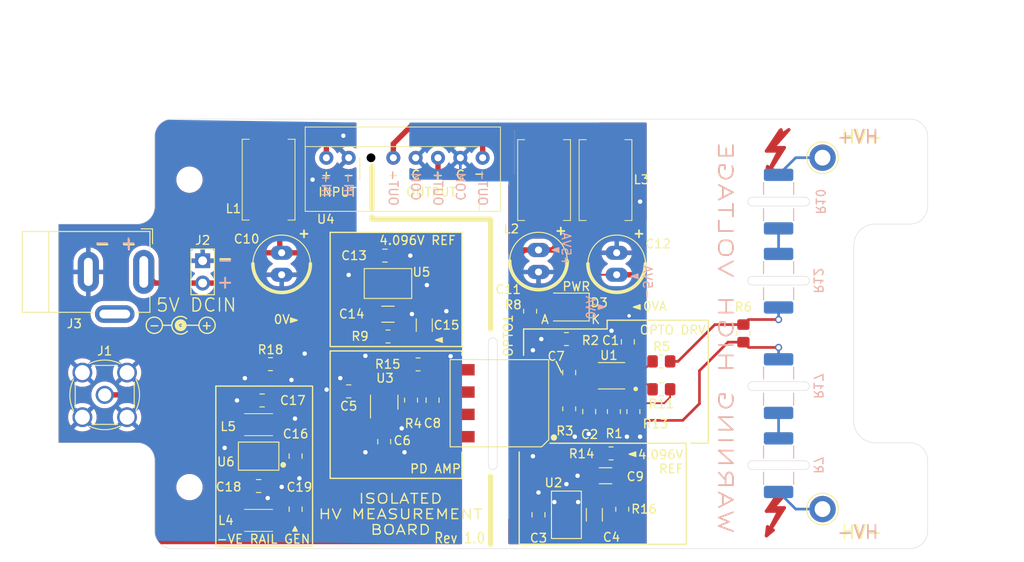
<source format=kicad_pcb>
(kicad_pcb (version 20221018) (generator pcbnew)
  (layers (0 "F.Cu" signal) (31 "B.Cu" signal) (34 "B.Paste" user) (35 "F.Paste" user) (36 "B.SilkS" user "B.Silkscreen") (37 "F.SilkS" user "F.Silkscreen") (38 "B.Mask" user) (39 "F.Mask" user) (44 "Edge.Cuts" user))
  (net 0 "")
  (net 1 "-5VA")
  (net 2 "0VA")
  (net 3 "+5VA")
  (net 4 "Net-(U2-Vout)")
  (net 5 "+5V")
  (net 6 "0V")
  (net 7 "-5V")
  (net 8 "Net-(OPTO1-C2)")
  (net 9 "Net-(C7-Pad2)")
  (net 10 "Net-(OPTO1-VO2)")
  (net 11 "+VREFA")
  (net 12 "Net-(U5-Vout)")
  (net 13 "+VREF")
  (net 14 "Net-(U6-CF-)")
  (net 15 "Net-(U6-CF+)")
  (net 16 "Net-(U6-OUT)")
  (net 17 "Net-(D3-A)")
  (net 18 "Net-(L1-Pad2)")
  (net 19 "Net-(L1-Pad4)")
  (net 20 "Net-(L2-Pad2)")
  (net 21 "Net-(L2-Pad4)")
  (net 22 "Net-(L3-Pad1)")
  (net 23 "Net-(L3-Pad2)")
  (net 24 "Net-(L4-Pad2)")
  (net 25 "Net-(L5-Pad2)")
  (net 26 "Net-(U6-IN)")
  (net 27 "Net-(OPTO1-A1)")
  (net 30 "Net-(R1-Pad1)")
  (net 31 "Net-(U1B-+)")
  (net 32 "Net-(R12-Pad2)")
  (net 33 "Net-(U1A-+)")
  (net 34 "Net-(R10-Pad2)")
  (net 35 "Net-(U1A--)")
  (net 36 "Net-(R17-Pad1)")
  (net 37 "Net-(R7-Pad1)")
  (net 38 "Net-(R10-Pad1)")
  (net 40 "Net-(J1-In)")
  (net 41 "Net-(C8-Pad1)")
  (footprint "User Global Library:SRF0905A" (layer "F.Cu") (at 69 82.5 90)
    (fp_text reference "L1")
    (fp_text value "2mH")
  )
  (footprint "User Global Library:CHOKE_CM_1210" (layer "F.Cu") (at 67.865 121.285)
    (fp_text reference "L4")
    (fp_text value "200uH")
  )
  (footprint "User Global Library:RF-Conn-Vert" (layer "F.Cu") (at 54.5 107)
    (fp_text reference "J1")
    (fp_text value "MEAS_OUT")
  )
  (footprint "Resistor_SMD:R_0805_2012Metric_Pad1.20x1.40mm_HandSolder" (layer "F.Cu") (at 69.215 103.505)
    (fp_text reference "R18")
    (fp_text value "47R")
  )
  (footprint "Capacitor_SMD:C_0805_2012Metric_Pad1.18x1.45mm_HandSolder" (layer "F.Cu") (at 68.2625 107.6325 180)
    (fp_text reference "C17")
    (fp_text value "1u")
  )
  (footprint "User Global Library:CP_Radial_D6.3mm_P2.50mm" (layer "F.Cu") (at 70.485 92.075 -90)
    (fp_text reference "C10")
    (fp_text value "47u")
  )
  (footprint "Capacitor_SMD:C_0805_2012Metric_Pad1.18x1.45mm_HandSolder" (layer "F.Cu") (at 87.6475 107.6 90)
    (fp_text reference "C8")
    (fp_text value "10p")
  )
  (footprint "User Global Library:TestPoint_Plated_Hole_1.8mm" (layer "F.Cu") (at 132 80)
    (fp_text reference "TP2" hide)
    (fp_text value "HV+")
  )
  (footprint "MountingHole:MountingHole_2.5mm" (layer "F.Cu") (at 60 82.5)
    (fp_text reference "H1" hide)
    (fp_text value "2.5MM" hide)
  )
  (footprint "Capacitor_SMD:C_0805_2012Metric_Pad1.18x1.45mm_HandSolder" (layer "F.Cu") (at 82.2325 91.1475)
    (fp_text reference "C13")
    (fp_text value "1u")
  )
  (footprint "Resistor_SMD:R_0805_2012Metric_Pad1.20x1.40mm_HandSolder" (layer "F.Cu") (at 113.665 106.3625 180)
    (fp_text reference "R11")
    (fp_text value "39k")
  )
  (footprint "Resistor_SMD:R_0805_2012Metric_Pad1.20x1.40mm_HandSolder" (layer "F.Cu") (at 113.665 103.1875 180)
    (fp_text reference "R5")
    (fp_text value "1k")
  )
  (footprint "Capacitor_SMD:C_1206_3216Metric_Pad1.33x1.80mm_HandSolder" (layer "F.Cu") (at 106.045 120.65 90)
    (fp_text reference "C4")
    (fp_text value "10u")
  )
  (footprint "Capacitor_SMD:C_0805_2012Metric_Pad1.18x1.45mm_HandSolder" (layer "F.Cu") (at 78.105 106.6 180)
    (fp_text reference "C5")
    (fp_text value "1u")
  )
  (footprint "Capacitor_SMD:C_0805_2012Metric_Pad1.18x1.45mm_HandSolder" (layer "F.Cu") (at 105.46 108.9025 -90)
    (fp_text reference "C2")
    (fp_text value "1u")
  )
  (footprint "Resistor_SMD:R_0805_2012Metric_Pad1.20x1.40mm_HandSolder" (layer "F.Cu") (at 85.995 103.53 180)
    (fp_text reference "R15")
    (fp_text value "82k")
  )
  (footprint "MountingHole:MountingHole_2.5mm" (layer "F.Cu") (at 140 82.5)
    (fp_text reference "H3" hide)
    (fp_text value "2.5MM" hide)
  )
  (footprint "MountingHole:MountingHole_2.5mm" (layer "F.Cu") (at 140 117.5)
    (fp_text reference "H4" hide)
    (fp_text value "2.5MM" hide)
  )
  (footprint "User Global Library:VSSOP-8-DGK-TI" (layer "F.Cu") (at 108 104.8225 90)
    (fp_text reference "U1")
    (fp_text value "OPA2197DGK")
  )
  (footprint "User Global Library:TestPoint_Plated_Hole_1.8mm" (layer "F.Cu") (at 132 120)
    (fp_text reference "TP1" hide)
    (fp_text value "HV-")
  )
  (footprint "Capacitor_SMD:C_0805_2012Metric_Pad1.18x1.45mm_HandSolder" (layer "F.Cu") (at 103.1875 104.4575 -90)
    (fp_text reference "C7")
    (fp_text value "10p")
  )
  (footprint "User Global Library:PinHeader_1x02_P2.54mm_Vertical" (layer "F.Cu") (at 61.5 91.73)
    (fp_text reference "J2")
    (fp_text value "PSU_IN")
  )
  (footprint "User Global Library:SOT-23-hand-solder" (layer "F.Cu") (at 82.575 94.3225)
    (fp_text reference "U5")
    (fp_text value "MCP1541T")
  )
  (footprint "User Global Library:SOT23-5" (layer "F.Cu") (at 67.865 113.97 180)
    (fp_text reference "U6")
    (fp_text value "TPS60403")
  )
  (footprint "Symbol:Symbol_Highvoltage_Type1_CopperTop_Small" (layer "F.Cu") (at 126 121)
    (fp_text reference "REF**" hide)
    (fp_text value "Symbol_Highvoltage_Type1_CopperTop_Small")
  )
  (footprint "User Global Library:SRF0905A" (layer "F.Cu") (at 100.33 82.55 90)
    (fp_text reference "L2")
    (fp_text value "2mH")
  )
  (footprint "User Global Library:DC-Jack-10" (layer "F.Cu") (at 41 93 -90)
    (fp_text reference "J3")
    (fp_text value "DC-Socket")
  )
  (footprint "Resistor_SMD:R_0805_2012Metric_Pad1.20x1.40mm_HandSolder" (layer "F.Cu") (at 85.2 107.6 90)
    (fp_text reference "R4")
    (fp_text value "47k")
  )
  (footprint "Resistor_SMD:R_0805_2012Metric_Pad1.20x1.40mm_HandSolder" (layer "F.Cu") (at 109.22 120.015 90)
    (fp_text reference "R16")
    (fp_text value "1k")
  )
  (footprint "Resistor_SMD:R_0805_2012Metric_Pad1.20x1.40mm_HandSolder" (layer "F.Cu") (at 110.49 108.9025 90)
    (fp_text reference "R13")
    (fp_text value "1k")
  )
  (footprint "Symbol:Symbol_Highvoltage_Type1_CopperTop_Small" (layer "F.Cu") (at 126 80)
    (fp_text reference "REF**" hide)
    (fp_text value "Symbol_Highvoltage_Type1_CopperTop_Small")
  )
  (footprint "Capacitor_SMD:C_0805_2012Metric_Pad1.18x1.45mm_HandSolder" (layer "F.Cu") (at 67.865 117.3775)
    (fp_text reference "C18")
    (fp_text value "1u")
  )
  (footprint "MountingHole:MountingHole_2.5mm" (layer "F.Cu") (at 60 117.5)
    (fp_text reference "H2" hide)
    (fp_text value "2.5MM" hide)
  )
  (footprint "Package_TO_SOT_SMD:SOT-23-5" (layer "F.Cu") (at 82.1475 107.8275 90)
    (fp_text reference "U3")
    (fp_text value "OPA197xDBV")
  )
  (footprint "User Global Library:CHOKE_CM_1210" (layer "F.Cu") (at 67.865 110.3925 180)
    (fp_text reference "L5")
    (fp_text value "200uH")
  )
  (footprint "Capacitor_SMD:C_0805_2012Metric_Pad1.18x1.45mm_HandSolder" (layer "F.Cu") (at 99.695 120.65 90)
    (fp_text reference "C3")
    (fp_text value "1u")
  )
  (footprint "Capacitor_SMD:C_0805_2012Metric_Pad1.18x1.45mm_HandSolder" (layer "F.Cu") (at 109.855 100.965 90)
    (fp_text reference "C1")
    (fp_text value "1u")
  )
  (footprint "Symbol:Symbol_Barrel_Polarity" (layer "F.Cu") (at 59 99)
    (fp_text reference "REF**" hide)
    (fp_text value "Symbol_Barrel_Polarity")
  )
  (footprint "User Global Library:CP_Radial_D6.3mm_P2.50mm" (layer "F.Cu") (at 99.695 91.7575 -90)
    (fp_text reference "C11")
    (fp_text value "47u")
  )
  (footprint "Resistor_SMD:R_0805_2012Metric_Pad1.20x1.40mm_HandSolder" (layer "F.Cu") (at 108.2675 108.9025 -90)
    (fp_text reference "R1")
    (fp_text value "47k")
  )
  (footprint "Resistor_SMD:R_0805_2012Metric_Pad1.20x1.40mm_HandSolder" (layer "F.Cu") (at 102.87 100.6475)
    (fp_text reference "R2")
    (fp_text value "47k")
  )
  (footprint "Capacitor_SMD:C_0805_2012Metric_Pad1.18x1.45mm_HandSolder" (layer "F.Cu") (at 82.1475 112.3275 -90)
    (fp_text reference "C6")
    (fp_text value "1u")
  )
  (footprint "LED_SMD:LED_1210_3225Metric_Pad1.42x2.65mm_HandSolder" (layer "F.Cu") (at 103 97 180)
    (fp_text reference "D3")
    (fp_text value "LED")
  )
  (footprint "Resistor_SMD:R_0805_2012Metric_Pad1.20x1.40mm_HandSolder" (layer "F.Cu") (at 107.95 113.665)
    (fp_text reference "R14")
    (fp_text value "82k")
  )
  (footprint "Resistor_SMD:R_0805_2012Metric_Pad1.20x1.40mm_HandSolder" (layer "F.Cu") (at 123 100 90)
    (fp_text reference "R6")
    (fp_text value "100k")
  )
  (footprint "User Global Library:DCDC-1W" (layer "F.Cu") (at 75.565 80.01)
    (fp_text reference "U4")
    (fp_text value "DC-DC-SIP-DUAL-ISOL")
  )
  (footprint "Capacitor_SMD:C_1206_3216Metric_Pad1.33x1.80mm_HandSolder" (layer "F.Cu") (at 82.575 97.815)
    (fp_text reference "C14")
    (fp_text value "10u")
  )
  (footprint "User Global Library:CP_Radial_D6.3mm_P2.50mm" (layer "F.Cu") (at 108.585 92.075 -90)
    (fp_text reference "C12")
    (fp_text value "47u")
  )
  (footprint "Capacitor_SMD:C_1206_3216Metric_Pad1.33x1.80mm_HandSolder" (layer "F.Cu") (at 86.7025 99.06 90)
    (fp_text reference "C15")
    (fp_text value "10u")
  )
  (footprint "Capacitor_SMD:C_0805_2012Metric_Pad1.18x1.45mm_HandSolder" (layer "F.Cu") (at 72.0725 113.97 -90)
    (fp_text reference "C16")
    (fp_text value "1u")
  )
  (footprint "Resistor_SMD:R_0805_2012Metric_Pad1.20x1.40mm_HandSolder" (layer "F.Cu") (at 82.575 100.355)
    (fp_text reference "R9")
    (fp_text value "1k")
  )
  (footprint "User Global Library:HCRN200" (layer "F.Cu") (at 95.25 107.95 90)
    (fp_text reference "OPTO1")
    (fp_text value "HCNR200")
  )
  (footprint "Capacitor_SMD:C_0805_2012Metric_Pad1.18x1.45mm_HandSolder" (layer "F.Cu") (at 72.0725 120.015 90)
    (fp_text reference "C19")
    (fp_text value "100n")
  )
  (footprint "User Global Library:SRF0905A" (layer "F.Cu") (at 107.315 82.55 -90)
    (fp_text reference "L3")
    (fp_text value "2mH")
  )
  (footprint "Resistor_SMD:R_0805_2012Metric_Pad1.20x1.40mm_HandSolder" (layer "F.Cu") (at 103.1875 108.585 90)
    (fp_text reference "R3")
    (fp_text value "300R")
  )
  (footprint "Resistor_SMD:R_0805_2012Metric_Pad1.20x1.40mm_HandSolder" (layer "F.Cu") (at 98.7425 97.4725 -90)
    (fp_text reference "R8")
    (fp_text value "1k")
  )
  (footprint "Capacitor_SMD:C_1206_3216Metric_Pad1.33x1.80mm_HandSolder" (layer "F.Cu") (at 107.315 116.205 180)
    (fp_text reference "C9")
    (fp_text value "10u")
  )
  (footprint "User Global Library:SOT-23-hand-solder" (layer "F.Cu") (at 102.87 120.65 90)
    (fp_text reference "U2")
    (fp_text value "MCP1541-TT")
  )
  (footprint "User Global Library:R_2512_CRHP" (layer "B.Cu") (at 127 106 90)
    (fp_text reference "R17")
    (fp_text value "0R")
    (fp_line (start -0.5 3) (end -0.5 -3) (stroke (width 0.05)) (layer "Edge.Cuts"))
    (fp_line (start 0.5 3) (end 0.5 -3) (stroke (width 0.05)) (layer "Edge.Cuts"))
    (fp_arc (start -0.5 -3) (mid 0 -3.5) (end 0.5 -3) (stroke (width 0.05)) (layer "Edge.Cuts"))
    (fp_arc (start 0.5 3) (mid 0 3.5) (end -0.5 3) (stroke (width 0.05)) (layer "Edge.Cuts"))
  )
  (footprint "User Global Library:R_2512_CRHP" (layer "B.Cu") (at 127 85 -90)
    (fp_text reference "R10")
    (fp_text value "500M")
    (fp_line (start -0.5 3) (end -0.5 -3) (stroke (width 0.05)) (layer "Edge.Cuts"))
    (fp_line (start 0.5 3) (end 0.5 -3) (stroke (width 0.05)) (layer "Edge.Cuts"))
    (fp_arc (start -0.5 -3) (mid 0 -3.5) (end 0.5 -3) (stroke (width 0.05)) (layer "Edge.Cuts"))
    (fp_arc (start 0.5 3) (mid 0 3.5) (end -0.5 3) (stroke (width 0.05)) (layer "Edge.Cuts"))
  )
  (footprint "User Global Library:R_2512_CRHP" (layer "B.Cu") (at 127 115 90)
    (fp_text reference "R7")
    (fp_text value "0R")
    (fp_line (start -0.5 3) (end -0.5 -3) (stroke (width 0.05)) (layer "Edge.Cuts"))
    (fp_line (start 0.5 3) (end 0.5 -3) (stroke (width 0.05)) (layer "Edge.Cuts"))
    (fp_arc (start -0.5 -3) (mid 0 -3.5) (end 0.5 -3) (stroke (width 0.05)) (layer "Edge.Cuts"))
    (fp_arc (start 0.5 3) (mid 0 3.5) (end -0.5 3) (stroke (width 0.05)) (layer "Edge.Cuts"))
  )
  (footprint "User Global Library:R_2512_CRHP" (layer "B.Cu") (at 127 94 -90)
    (fp_text reference "R12")
    (fp_text value "500M")
    (fp_line (start -0.5 3) (end -0.5 -3) (stroke (width 0.05)) (layer "Edge.Cuts"))
    (fp_line (start 0.5 3) (end 0.5 -3) (stroke (width 0.05)) (layer "Edge.Cuts"))
    (fp_arc (start -0.5 -3) (mid 0 -3.5) (end 0.5 -3) (stroke (width 0.05)) (layer "Edge.Cuts"))
    (fp_arc (start 0.5 3) (mid 0 3.5) (end -0.5 3) (stroke (width 0.05)) (layer "Edge.Cuts"))
  )
  (gr_poly (pts (xy 111 93.25) (xy 111 93.75) (xy 110.25 93.5)) (stroke (width 0.15)) (fill solid) (layer "B.SilkS"))
  (gr_poly (pts (xy 102 90.25) (xy 102 90.75) (xy 101.25 90.5)) (stroke (width 0.15)) (fill solid) (layer "B.SilkS"))
  (gr_poly (pts (xy 106.5 97.25) (xy 106.5 96.75) (xy 107.25 97)) (stroke (width 0.15)) (fill solid) (layer "B.SilkS"))
  (gr_poly (pts (xy 88.75 100.5) (xy 88.75 101) (xy 88 100.75)) (stroke (width 0.15)) (fill solid) (layer "F.SilkS"))
  (gr_line (start 98 102.5) (end 98 99.5) (stroke (width 0.15)) (layer "F.SilkS"))
  (gr_line (start 116.5 112.5) (end 101 112.5) (stroke (width 0.15)) (layer "F.SilkS"))
  (gr_line (start 98 99.5) (end 107.5 99.5) (stroke (width 0.15)) (layer "F.SilkS"))
  (gr_rect (start 76 88.5) (end 91 101.5) (stroke (width 0.15)) (fill none) (layer "F.SilkS"))
  (gr_poly (pts (xy 71.5 98.75) (xy 71.5 98.25) (xy 72.25 98.5)) (stroke (width 0.15)) (fill solid) (layer "F.SilkS"))
  (gr_poly (pts (xy 111.25 96.75) (xy 111.25 97.25) (xy 110.5 97)) (stroke (width 0.15)) (fill solid) (layer "F.SilkS"))
  (gr_line (start 80.75 86.75) (end 80.75 87) (stroke (width 0.6)) (layer "F.SilkS"))
  (gr_line (start 94.25 87) (end 94.25 99.5) (stroke (width 0.6)) (layer "F.SilkS"))
  (gr_line (start 119 98.5) (end 119 112.5) (stroke (width 0.15)) (layer "F.SilkS"))
  (gr_line (start 101.7 103.2) (end 102.3 104.4575) (stroke (width 0.15)) (layer "F.SilkS"))
  (gr_line (start 80.75 81) (end 80.75 85.75) (stroke (width 0.6)) (layer "F.SilkS"))
  (gr_line (start 94.25 116.25) (end 94.25 124) (stroke (width 0.6)) (layer "F.SilkS"))
  (gr_line (start 91 102) (end 76 102) (stroke (width 0.15)) (layer "F.SilkS"))
  (gr_line (start 76 116.5) (end 91 116.5) (stroke (width 0.15)) (layer "F.SilkS"))
  (gr_line (start 116.5 124) (end 116.5 112.5) (stroke (width 0.15)) (layer "F.SilkS"))
  (gr_line (start 91 116.5) (end 91 113.5) (stroke (width 0.15)) (layer "F.SilkS"))
  (gr_line (start 97.5 124) (end 116.5 124) (stroke (width 0.15)) (layer "F.SilkS"))
  (gr_rect (start 63 106) (end 74 124.2) (stroke (width 0.15)) (fill none) (layer "F.SilkS"))
  (gr_line (start 119 112.5) (end 117 112.5) (stroke (width 0.15)) (layer "F.SilkS"))
  (gr_line (start 80.75 87) (end 94.25 87) (stroke (width 0.6)) (layer "F.SilkS"))
  (gr_line (start 97.5 124) (end 97.5 113.5) (stroke (width 0.15)) (layer "F.SilkS"))
  (gr_line (start 107.5 99.5) (end 107.5 98.5) (stroke (width 0.15)) (layer "F.SilkS"))
  (gr_line (start 107.5 98.5) (end 119 98.5) (stroke (width 0.15)) (layer "F.SilkS"))
  (gr_poly (pts (xy 110.75 113.5) (xy 110.75 114) (xy 110 113.75)) (stroke (width 0.15)) (fill solid) (layer "F.SilkS"))
  (gr_line (start 76 102) (end 76 116.5) (stroke (width 0.15)) (layer "F.SilkS"))
  (gr_poly (pts (xy 72.25 122.5) (xy 71.75 122.5) (xy 72 122)) (stroke (width 0.15)) (fill solid) (layer "F.SilkS"))
  (gr_line (start 91 102.5) (end 91 102) (stroke (width 0.15)) (layer "F.SilkS"))
  (gr_line (start 94 115) (end 94 101) (stroke (width 0.05)) (layer "Edge.Cuts"))
  (gr_line (start 54.0495 112.45) (end 45.1005 112.45) (stroke (width 0.05)) (layer "Edge.Cuts"))
  (gr_line (start 135.55 90) (end 135.55 110) (stroke (width 0.05)) (layer "Edge.Cuts"))
  (gr_line (start 143.9495 85.55) (end 143.9495 77.6) (stroke (width 0.05)) (layer "Edge.Cuts"))
  (gr_line (start 56.0495 122.5) (end 56.0495 114.45) (stroke (width 0.05)) (layer "Edge.Cuts"))
  (gr_line (start 56.0495 85.55) (end 56.0495 77.6) (stroke (width 0.05)) (layer "Edge.Cuts"))
  (gr_line (start 141.9495 124.5) (end 58.0495 124.5) (stroke (width 0.05)) (layer "Edge.Cuts"))
  (gr_arc (start 141.9495 75.6) (mid 143.363714 76.185786) (end 143.9495 77.6) (stroke (width 0.05)) (layer "Edge.Cuts"))
  (gr_arc (start 143.9495 85.55) (mid 143.363714 86.964214) (end 141.9495 87.55) (stroke (width 0.05)) (layer "Edge.Cuts"))
  (gr_line (start 58.0495 75.6) (end 141.9495 75.6) (stroke (width 0.05)) (layer "Edge.Cuts"))
  (gr_line (start 95 115) (end 95 101) (stroke (width 0.05)) (layer "Edge.Cuts"))
  (gr_arc (start 56.0495 77.6) (mid 56.635286 76.185786) (end 58.0495 75.6) (stroke (width 0.05)) (layer "Edge.Cuts"))
  (gr_arc (start 54.0495 112.45) (mid 55.463714 113.035786) (end 56.0495 114.45) (stroke (width 0.05)) (layer "Edge.Cuts"))
  (gr_arc (start 58.0495 124.5) (mid 56.635286 123.914214) (end 56.0495 122.5) (stroke (width 0.05)) (layer "Edge.Cuts"))
  (gr_arc (start 141.9495 112.45) (mid 143.363714 113.035786) (end 143.9495 114.45) (stroke (width 0.05)) (layer "Edge.Cuts"))
  (gr_arc (start 94 101) (mid 94.5 100.5) (end 95 101) (stroke (width 0.05)) (layer "Edge.Cuts"))
  (gr_arc (start 138 112.45) (mid 136.267588 111.732412) (end 135.55 110) (stroke (width 0.05)) (layer "Edge.Cuts"))
  (gr_line (start 138 112.45) (end 141.9495 112.45) (stroke (width 0.05)) (layer "Edge.Cuts"))
  (gr_line (start 143.9495 122.5) (end 143.9495 114.45) (stroke (width 0.05)) (layer "Edge.Cuts"))
  (gr_arc (start 56.0495 85.55) (mid 55.463714 86.964214) (end 54.0495 87.55) (stroke (width 0.05)) (layer "Edge.Cuts"))
  (gr_arc (start 135.55 90) (mid 136.267588 88.267588) (end 138 87.55) (stroke (width 0.05)) (layer "Edge.Cuts"))
  (gr_line (start 45.1005 87.55) (end 45.1005 112.45) (stroke (width 0.05)) (layer "Edge.Cuts"))
  (gr_arc (start 95 115) (mid 94.5 115.5) (end 94 115) (stroke (width 0.05)) (layer "Edge.Cuts"))
  (gr_arc (start 143.9495 122.5) (mid 143.363714 123.914214) (end 141.9495 124.5) (stroke (width 0.05)) (layer "Edge.Cuts"))
  (gr_line (start 45.1005 87.55) (end 54.0495 87.55) (stroke (width 0.05)) (layer "Edge.Cuts"))
  (gr_line (start 138 87.55) (end 141.9495 87.55) (stroke (width 0.05)) (layer "Edge.Cuts"))
  (gr_text "+" (at 63 95) (layer "B.SilkS") (effects (font (size 1.5 1.5) (thickness 0.2)) (justify left bottom)))
  (gr_text "0VA" (at 105 98.5 -90) (layer "B.SilkS") (effects (font (size 1 1)) (justify left bottom mirror)))
  (gr_text "-" (at 63 92.5) (layer "B.SilkS") (effects (font (size 1.5 1.5) (thickness 0.2)) (justify left bottom)))
  (gr_text "+5VA" (at 102.25 92.5 -90) (layer "B.SilkS") (effects (font (size 1 1)) (justify left bottom mirror)))
  (gr_text "HV+" (at 138.5 78.5) (layer "B.SilkS") (effects (font (size 1.5 1.5) (thickness 0.2) bold) (justify left bottom mirror)))
  (gr_text "-5VA" (at 111.5 96.25 -90) (layer "B.SilkS") (effects (font (size 1 1)) (justify left bottom mirror)))
  (gr_text "+" (at 52 90.5) (layer "B.SilkS") (effects (font (size 1.5 1.5) (thickness 0.2)) (justify left bottom)))
  (gr_text "WARNING HIGH VOLTAGE" (at 120 123 -90) (layer "B.SilkS") (effects (font (size 1.6 2.5) (thickness 0.2)) (justify left bottom mirror)))
  (gr_text "HV-" (at 138.5 123.5) (layer "B.SilkS") (effects (font (size 1.5 1.5) (thickness 0.2) bold) (justify left bottom mirror)))
  (gr_text "-" (at 49 90.5) (layer "B.SilkS") (effects (font (size 1.5 1.5) (thickness 0.2)) (justify left bottom)))
  (gr_text "PWR" (at 104 95.25) (layer "F.SilkS") (effects (font (size 1 1)) (justify bottom)))
  (gr_text "0VA" (at 111.5 97.5) (layer "F.SilkS") (effects (font (size 1 1)) (justify left bottom)))
  (gr_text "4.096V\nREF" (at 116.25 116) (layer "F.SilkS") (effects (font (size 1 1)) (justify right bottom)))
  (gr_text "PD AMP" (at 85 116) (layer "F.SilkS") (effects (font (size 1 1)) (justify left bottom)))
  (gr_text "-" (at 63 92.3) (layer "F.SilkS") (effects (font (size 1.5 1.5) (thickness 0.2)) (justify left bottom)))
  (gr_text "-VE RAIL GEN" (at 63 124) (layer "F.SilkS") (effects (font (size 1 1)) (justify left bottom)))
  (gr_text "+" (at 63 95) (layer "F.SilkS") (effects (font (size 1.5 1.5) (thickness 0.2)) (justify left bottom)))
  (gr_text "OPTO DRV" (at 118.8 100.2) (layer "F.SilkS") (effects (font (size 1 1)) (justify right bottom)))
  (gr_text "+" (at 52.05 90.65) (layer "F.SilkS") (effects (font (size 1.5 1.5) (thickness 0.2)) (justify left bottom)))
  (gr_text "ISOLATED\nHV MEASUREMENT\nBOARD" (at 84 123) (layer "F.SilkS") (effects (font (size 1.1 1.4)) (justify bottom)))
  (gr_text "4.096V REF" (at 81.5 90) (layer "F.SilkS") (effects (font (size 1 1)) (justify left bottom)))
  (gr_text "+" (at 61.25 99.65) (layer "F.SilkS") (effects (font (size 1 1)) (justify left bottom)))
  (gr_text "5V DCIN" (at 56.1 97.65) (layer "F.SilkS") (effects (font (size 1.5 1.5)) (justify left bottom)))
  (gr_text "-" (at 49.05 90.65) (layer "F.SilkS") (effects (font (size 1.5 1.5) (thickness 0.2)) (justify left bottom)))
  (gr_text "Rev 1.0" (at 87.75 124) (layer "F.SilkS") (effects (font (size 1.2 1)) (justify left bottom)))
  (gr_text "HV+" (at 134 78.5) (layer "F.SilkS") (effects (font (size 1.5 1.5) (thickness 0.2)) (justify left bottom)))
  (gr_text "HV-" (at 134 123.5) (layer "F.SilkS") (effects (font (size 1.5 1.5) (thickness 0.2)) (justify left bottom)))
  (gr_text "A" (at 99.9 99) (layer "F.SilkS") (effects (font (size 1 1)) (justify left bottom)))
  (gr_text "0V" (at 69.5 99) (layer "F.SilkS") (effects (font (size 1 1)) (justify left bottom)))
  (gr_text "K" (at 105.6 99) (layer "F.SilkS") (effects (font (size 1 1)) (justify left bottom)))
  (gr_text "-" (at 55.3 99.65) (layer "F.SilkS") (effects (font (size 1 1)) (justify left bottom)))
  (segment (start 110.3 102.4475) (end 109.855 102.0025) (width 0.2032) (layer "F.Cu") (net 1))
  (segment (start 105.43 93.325) (end 104.4875 94.2675) (width 0.2032) (layer "F.Cu") (net 1))
  (segment (start 109.995 86.5) (end 111.4425 87.9475) (width 0.6096) (layer "F.Cu") (net 1))
  (segment (start 110.7225 102.0025) (end 109.855 102.0025) (width 0.6096) (layer "F.Cu") (net 1))
  (segment (start 108.585 93.325) (end 105.43 93.325) (width 0.2032) (layer "F.Cu") (net 1))
  (segment (start 110.3 103.8475) (end 110.3 102.4475) (width 0.2032) (layer "F.Cu") (net 1))
  (segment (start 111.4425 93.345) (end 111.4425 101.2825) (width 0.6096) (layer "F.Cu") (net 1))
  (segment (start 111.4225 93.325) (end 111.4425 93.345) (width 0.6096) (layer "F.Cu") (net 1))
  (segment (start 111.4425 101.2825) (end 110.7225 102.0025) (width 0.6096) (layer "F.Cu") (net 1))
  (segment (start 111.4425 87.9475) (end 111.4425 93.345) (width 0.6096) (layer "F.Cu") (net 1))
  (segment (start 108.585 93.325) (end 111.4225 93.325) (width 0.6096) (layer "F.Cu") (net 1))
  (segment (start 108.585 86.5) (end 109.995 86.5) (width 0.6096) (layer "F.Cu") (net 1))
  (segment (start 104.4875 94.2675) (end 104.4875 97) (width 0.2032) (layer "F.Cu") (net 1))
  (segment (start 123.6 101.6) (end 123 101) (width 0.3048) (layer "F.Cu") (net 2))
  (segment (start 106.045 116.4975) (end 105.7525 116.205) (width 0.3048) (layer "F.Cu") (net 2))
  (segment (start 118 104.25) (end 118 108) (width 0.3048) (layer "F.Cu") (net 2))
  (segment (start 123 101) (end 121.25 101) (width 0.3048) (layer "F.Cu") (net 2))
  (segment (start 108.2275 99.9275) (end 109.855 99.9275) (width 0.25) (layer "F.Cu") (net 2))
  (segment (start 101.87 100.6475) (end 100.0125 100.6475) (width 0.3048) (layer "F.Cu") (net 2))
  (segment (start 104.3125 119.0875) (end 106.045 119.0875) (width 0.3048) (layer "F.Cu") (net 2))
  (segment (start 121.25 101) (end 118 104.25) (width 0.3048) (layer "F.Cu") (net 2))
  (segment (start 108 99.7) (end 108.2275 99.9275) (width 0.25) (layer "F.Cu") (net 2))
  (segment (start 105.46 109.94) (end 105.46 111.3925) (width 0.3048) (layer "F.Cu") (net 2))
  (segment (start 99.695 119.6125) (end 99.695 118.11) (width 0.6096) (layer "F.Cu") (net 2))
  (segment (start 101.5 119.2) (end 100.1075 119.2) (width 0.3048) (layer "F.Cu") (net 2))
  (segment (start 99.06 103.9875) (end 99.2125 104.14) (width 0.3048) (layer "F.Cu") (net 2))
  (segment (start 104.2 119.2) (end 104.3125 119.0875) (width 0.3048) (layer "F.Cu") (net 2))
  (segment (start 105.7525 116.205) (end 104.14 116.205) (width 0.3048) (layer "F.Cu") (net 2))
  (segment (start 106.045 119.0875) (end 106.045 116.4975) (width 0.3048) (layer "F.Cu") (net 2))
  (segment (start 110 98) (end 110 99.7825) (width 0.25) (layer "F.Cu") (net 2))
  (segment (start 116.0975 109.9025) (end 110.49 109.9025) (width 0.3048) (layer "F.Cu") (net 2))
  (segment (start 100.1075 119.2) (end 99.695 119.6125) (width 0.3048) (layer "F.Cu") (net 2))
  (segment (start 102.87 119.15) (end 102.87 117.1575) (width 0.6096) (layer "F.Cu") (net 2))
  (segment (start 110 99.7825) (end 109.855 99.9275) (width 0.25) (layer "F.Cu") (net 2))
  (segment (start 118 108) (end 116.0975 109.9025) (width 0.3048) (layer "F.Cu") (net 2))
  (segment (start 110.49 109.9025) (end 110.49 111.76) (width 0.3048) (layer "F.Cu") (net 2))
  (segment (start 105.46 111.3925) (end 105.41 111.4425) (width 0.3048) (layer "F.Cu") (net 2))
  (segment (start 127 101.6) (end 123.6 101.6) (width 0.3048) (layer "F.Cu") (net 2))
  (segment (start 99.06 101.9175) (end 99.06 103.9875) (width 0.3048) (layer "F.Cu") (net 2))
  (via (at 104.2 119.2) (size 0.8048) (drill 0.5) (layers "F.Cu" "B.Cu") (net 2))
  (via (at 99.06 113.9825) (size 0.8048) (drill 0.5) (layers "F.Cu" "B.Cu") (net 2))
  (via (at 104.14 116.205) (size 0.8048) (drill 0.5) (layers "F.Cu" "B.Cu") (net 2))
  (via (at 101.5 119.2) (size 0.8048) (drill 0.5) (layers "F.Cu" "B.Cu") (net 2))
  (via (at 100.0125 100.6475) (size 0.8048) (drill 0.5) (layers "F.Cu" "B.Cu") (net 2))
  (via (at 99.695 118.11) (size 0.8048) (drill 0.5) (layers "F.Cu" "B.Cu") (net 2))
  (via (at 111.25 111.76) (size 0.8048) (drill 0.5) (layers "F.Cu" "B.Cu") (net 2))
  (via (at 108 99.7) (size 0.8048) (drill 0.5) (layers "F.Cu" "B.Cu") (net 2))
  (via (at 105.41 111.4425) (size 0.8048) (drill 0.5) (layers "F.Cu" "B.Cu") (net 2))
  (via (at 127 101.6) (size 0.8048) (drill 0.5) (layers "F.Cu" "B.Cu") (net 2))
  (via (at 103.8225 111.76) (size 0.8048) (drill 0.5) (layers "F.Cu" "B.Cu") (net 2))
  (via (at 109.75 111.76) (size 0.8048) (drill 0.5) (layers "F.Cu" "B.Cu") (net 2))
  (via (at 102.87 117.1575) (size 0.8048) (drill 0.5) (layers "F.Cu" "B.Cu") (net 2))
  (via (at 110 98) (size 0.8) (drill 0.4) (layers "F.Cu" "B.Cu") (net 2))
  (via (at 99.06 101.9175) (size 0.8048) (drill 0.5) (layers "F.Cu" "B.Cu") (net 2))
  (via (at 111.25 85) (size 0.8048) (drill 0.5) (layers "F.Cu" "B.Cu") (net 2))
  (segment (start 90.805 82.2325) (end 91.1225 82.55) (width 0.3048) (layer "B.Cu") (net 2))
  (segment (start 91.1225 82.55) (end 97.155 82.55) (width 0.3048) (layer "B.Cu") (net 2))
  (segment (start 90.805 80.01) (end 90.805 82.2325) (width 0.3048) (layer "B.Cu") (net 2))
  (segment (start 127 102.95) (end 127 101.6) (width 0.3048) (layer "B.Cu") (net 2))
  (segment (start 97.155 109) (end 97.375 109.22) (width 0.6096) (layer "F.Cu") (net 3))
  (segment (start 104.6924 108.6326) (end 101.8674 108.6326) (width 0.3048) (layer "F.Cu") (net 3))
  (segment (start 98.0875 90.5075) (end 99.695 90.5075) (width 0.6096) (layer "F.Cu") (net 3))
  (segment (start 98.1925 121.6875) (end 99.695 121.6875) (width 0.6096) (layer "F.Cu") (net 3))
  (segment (start 101.8674 108.6326) (end 101.28 109.22) (width 0.3048) (layer "F.Cu") (net 3))
  (segment (start 96.8375 98.425) (end 96.8375 102.5525) (width 0.6096) (layer "F.Cu") (net 3))
  (segment (start 101.92 122.15) (end 100.1575 122.15) (width 0.6096) (layer "F.Cu") (net 3))
  (segment (start 98.7425 98.4725) (end 96.885 98.4725) (width 0.2032) (layer "F.Cu") (net 3))
  (segment (start 97.155 120.65) (end 98.1925 121.6875) (width 0.6096) (layer "F.Cu") (net 3))
  (segment (start 105.46 107.865) (end 104.6924 108.6326) (width 0.3048) (layer "F.Cu") (net 3))
  (segment (start 97.155 102.87) (end 97.155 109) (width 0.6096) (layer "F.Cu") (net 3))
  (segment (start 96.8375 98.425) (end 96.8375 91.7575) (width 0.6096) (layer "F.Cu") (net 3))
  (segment (start 97.155 110.1725) (end 97.155 120.65) (width 0.6096) (layer "F.Cu") (net 3))
  (segment (start 100.1575 122.15) (end 99.695 121.6875) (width 0.6096) (layer "F.Cu") (net 3))
  (segment (start 96.8375 102.5525) (end 97.155 102.87) (width 0.6096) (layer "F.Cu") (net 3))
  (segment (start 96.8375 91.7575) (end 98.0875 90.5075) (width 0.6096) (layer "F.Cu") (net 3))
  (segment (start 97.375 109.22) (end 99.2125 109.22) (width 0.6096) (layer "F.Cu") (net 3))
  (segment (start 105.7 105.7975) (end 105.7 107.625) (width 0.2032) (layer "F.Cu") (net 3))
  (segment (start 97.155 109) (end 97.155 110.1725) (width 0.6096) (layer "F.Cu") (net 3))
  (segment (start 101.2625 90.5075) (end 101.6 90.17) (width 0.6096) (layer "F.Cu") (net 3))
  (segment (start 105.7 107.625) (end 105.46 107.865) (width 0.2032) (layer "F.Cu") (net 3))
  (segment (start 101.6 90.17) (end 101.6 86.5) (width 0.6096) (layer "F.Cu") (net 3))
  (segment (start 101.28 109.22) (end 99.2125 109.22) (width 0.3048) (layer "F.Cu") (net 3))
  (segment (start 99.695 90.5075) (end 101.2625 90.5075) (width 0.6096) (layer "F.Cu") (net 3))
  (segment (start 96.885 98.4725) (end 96.8375 98.425) (width 0.2032) (layer "F.Cu") (net 3))
  (segment (start 108.0225 122.2125) (end 109.22 121.015) (width 0.3048) (layer "F.Cu") (net 4))
  (segment (start 106.045 122.2125) (end 108.0225 122.2125) (width 0.3048) (layer "F.Cu") (net 4))
  (segment (start 103.82 122.15) (end 105.9825 122.15) (width 0.6096) (layer "F.Cu") (net 4))
  (segment (start 105.9825 122.15) (end 106.045 122.2125) (width 0.6096) (layer "F.Cu") (net 4))
  (segment (start 69.49 107.8225) (end 69.3 107.6325) (width 0.3556) (layer "F.Cu") (net 5))
  (segment (start 70.1675 100.6475) (end 75.8825 100.6475) (width 0.6096) (layer "F.Cu") (net 5))
  (segment (start 79.1425 104.86) (end 79.1425 106.6) (width 0.6096) (layer "F.Cu") (net 5))
  (segment (start 80.8725 90.825) (end 81.195 91.1475) (width 0.6096) (layer "F.Cu") (net 5))
  (segment (start 70.27 90.61) (end 70.485 90.825) (width 0.6096) (layer "F.Cu") (net 5))
  (segment (start 75.8825 100.6475) (end 75.8825 101.6) (width 0.6096) (layer "F.Cu") (net 5))
  (segment (start 61.5 94.27) (end 63.43 94.27) (width 0.6096) (layer "F.Cu") (net 5))
  (segment (start 69.3 107.6325) (end 69.215 107.5475) (width 0.6096) (layer "F.Cu") (net 5))
  (segment (start 61.5 94.27) (end 56.07 94.27) (width 0.6096) (layer "F.Cu") (net 5))
  (segment (start 69.215 102.235) (end 69.215 101.6) (width 0.6096) (layer "F.Cu") (net 5))
  (segment (start 66.875 90.825) (end 70.485 90.825) (width 0.6096) (layer "F.Cu") (net 5))
  (segment (start 81.1075 106.6) (end 81.1975 106.69) (width 0.2032) (layer "F.Cu") (net 5))
  (segment (start 69.215 101.6) (end 70.1675 100.6475) (width 0.6096) (layer "F.Cu") (net 5))
  (segment (start 81.195 93.2525) (end 81.075 93.3725) (width 0.3556) (layer "F.Cu") (net 5))
  (segment (start 79.1425 106.6) (end 81.1075 106.6) (width 0.2032) (layer "F.Cu") (net 5))
  (segment (start 69.215 107.5475) (end 69.215 105.0925) (width 0.6096) (layer "F.Cu") (net 5))
  (segment (start 75.8825 101.6) (end 79.1425 104.86) (width 0.6096) (layer "F.Cu") (net 5))
  (segment (start 70.485 90.825) (end 75.8825 90.825) (width 0.6096) (layer "F.Cu") (net 5))
  (segment (start 56.07 94.27) (end 54.8 93) (width 0.6096) (layer "F.Cu") (net 5))
  (segment (start 70.27 86.45) (end 70.27 90.61) (width 0.6096) (layer "F.Cu") (net 5))
  (segment (start 69.215 105.0925) (end 69.215 102.235) (width 0.3048) (layer "F.Cu") (net 5))
  (segment (start 63.43 94.27) (end 66.875 90.825) (width 0.6096) (layer "F.Cu") (net 5))
  (segment (start 81.195 91.1475) (end 81.195 93.2525) (width 0.3556) (layer "F.Cu") (net 5))
  (segment (start 75.8825 90.825) (end 80.8725 90.825) (width 0.6096) (layer "F.Cu") (net 5))
  (segment (start 69.49 109.8425) (end 69.49 107.8225) (width 0.3556) (layer "F.Cu") (net 5))
  (segment (start 75.8825 90.825) (end 75.8825 100.6475) (width 0.6096) (layer "F.Cu") (net 5))
  (segment (start 70.485 117.475) (end 69 117.475) (width 0.3048) (layer "F.Cu") (net 6))
  (segment (start 80.1775 113.365) (end 80.01 113.5325) (width 0.3048) (layer "F.Cu") (net 6))
  (segment (start 89.1925 97.4975) (end 89.2175 97.4725) (width 0.3048) (layer "F.Cu") (net 6))
  (segment (start 67.225 107.6325) (end 65.405 107.6325) (width 0.3048) (layer "F.Cu") (net 6))
  (segment (start 85.3 97.8) (end 86.4 97.8) (width 0.3048) (layer "F.Cu") (net 6))
  (segment (start 83.27 91.1475) (end 83.27 89.43) (width 0.3048) (layer "F.Cu") (net 6))
  (segment (start 86.7025 97.4975) (end 86.7025 95.5025) (width 0.3048) (layer "F.Cu") (net 6))
  (segment (start 77.0675 105.1775) (end 77.1525 105.0925) (width 0.3048) (layer "F.Cu") (net 6))
  (segment (start 86.7025 97.4975) (end 89.1925 97.4975) (width 0.3048) (layer "F.Cu") (net 6))
  (segment (start 86.8225 94.3225) (end 87 94.5) (width 0.3048) (layer "F.Cu") (net 6))
  (segment (start 84.075 94.3225) (end 86.8225 94.3225) (width 0.3048) (layer "F.Cu") (net 6))
  (segment (start 82.1475 113.365) (end 84.2875 113.365) (width 0.3048) (layer "F.Cu") (net 6))
  (segment (start 83.0975 109.7675) (end 83.0975 108.965) (width 0.2032) (layer "F.Cu") (net 6))
  (segment (start 69 117.475) (end 68.9025 117.3775) (width 0.3048) (layer "F.Cu") (net 6))
  (segment (start 84.075 94.3225) (end 84.075 97.7525) (width 0.3048) (layer "F.Cu") (net 6))
  (segment (start 84.075 97.7525) (end 84.1375 97.815) (width 0.3048) (layer "F.Cu") (net 6))
  (segment (start 84.0525 94.3) (end 83.5 94.3) (width 0.3048) (layer "F.Cu") (net 6))
  (segment (start 84.075 94.3225) (end 84.0525 94.3) (width 0.3048) (layer "F.Cu") (net 6))
  (segment (start 83.27 91.1475) (end 85.115 91.1475) (width 0.3048) (layer "F.Cu") (net 6))
  (segment (start 66.505 113.03) (end 66.515 113.02) (width 0.3048) (layer "F.Cu") (net 6))
  (segment (start 89.7 102.6) (end 91.24 104.14) (width 0.2032) (layer "F.Cu") (net 6))
  (segment (start 84.2875 113.365) (end 84.455 113.5325) (width 0.3048) (layer "F.Cu") (net 6))
  (segment (start 83.5 94.3) (end 83.5 91.3775) (width 0.3048) (layer "F.Cu") (net 6))
  (segment (start 67.225 107.6325) (end 67.225 105.425) (width 0.3048) (layer "F.Cu") (net 6))
  (segment (start 83.5 91.3775) (end 83.27 91.1475) (width 0.3048) (layer "F.Cu") (net 6))
  (segment (start 84.1525 97.8) (end 84.1375 97.815) (width 0.3048) (layer "F.Cu") (net 6))
  (segment (start 83.27 89.43) (end 83.3 89.4) (width 0.3048) (layer "F.Cu") (net 6))
  (segment (start 75.8 106.6) (end 77.0675 106.6) (width 0.3048) (layer "F.Cu") (net 6))
  (segment (start 82.1475 113.365) (end 80.1775 113.365) (width 0.3048) (layer "F.Cu") (net 6))
  (segment (start 86.4 97.8) (end 86.7025 97.4975) (width 0.3048) (layer "F.Cu") (net 6))
  (segment (start 75.6 106.4) (end 75.8 106.6) (width 0.3048) (layer "F.Cu") (net 6))
  (segment (start 84.1375 110.8075) (end 83.0975 109.7675) (width 0.2032) (layer "F.Cu") (net 6))
  (segment (start 64 113.03) (end 66.505 113.03) (width 0.3048) (layer "F.Cu") (net 6))
  (segment (start 91.24 104.14) (end 91.2875 104.14) (width 0.2032) (layer "F.Cu") (net 6))
  (segment (start 77.0675 106.6) (end 77.0675 105.1775) (width 0.3048) (layer "F.Cu") (net 6))
  (segment (start 85.3 97.8) (end 84.1525 97.8) (width 0.3048) (layer "F.Cu") (net 6))
  (via (at 74 82.5) (size 0.8048) (drill 0.5) (layers "F.Cu" "B.Cu") (net 6))
  (via (at 65.405 107.6325) (size 0.8048) (drill 0.5) (layers "F.Cu" "B.Cu") (net 6))
  (via (at 80.01 102.5525) (size 0.8048) (drill 0.5) (layers "F.Cu" "B.Cu") (net 6))
  (via (at 89.2175 97.4725) (size 0.8048) (drill 0.5) (layers "F.Cu" "B.Cu") (net 6))
  (via (at 66.3 105.1) (size 0.8048) (drill 0.5) (layers "F.Cu" "B.Cu") (net 6))
  (via (at 78.105 93.345) (size 0.8048) (drill 0.5) (layers "F.Cu" "B.Cu") (net 6))
  (via (at 71.6 105.3) (size 0.8048) (drill 0.5) (layers "F.Cu" "B.Cu") (net 6))
  (via (at 72.5 116.5) (size 0.8048) (drill 0.5) (layers "F.Cu" "B.Cu") (net 6))
  (via (at 73.1 102.3) (size 0.8048) (drill 0.5) (layers "F.Cu" "B.Cu") (net 6))
  (via (at 77.1525 105.0925) (size 0.8048) (drill 0.5) (layers "F.Cu" "B.Cu") (net 6))
  (via (at 85.115 91.1475) (size 0.8048) (drill 0.5) (layers "F.Cu" "B.Cu") (net 6))
  (via (at 70.485 117.475) (size 0.8048) (drill 0.5) (layers "F.Cu" "B.Cu") (net 6))
  (via (at 64 113.03) (size 0.8048) (drill 0.5) (layers "F.Cu" "B.Cu") (net 6))
  (via (at 84.455 113.5325) (size 0.8048) (drill 0.5) (layers "F.Cu" "B.Cu") (net 6))
  (via (at 87 94.5) (size 0.8048) (drill 0.5) (layers "F.Cu" "B.Cu") (net 6))
  (via (at 68.8975 118.745) (size 0.8048) (drill 0.5) (layers "F.Cu" "B.Cu") (net 6))
  (via (at 80.01 113.5325) (size 0.8048) (drill 0.5) (layers "F.Cu" "B.Cu") (net 6))
  (via (at 85.3 97.8) (size 0.8048) (drill 0.5) (layers "F.Cu" "B.Cu") (net 6))
  (via (at 72 109.7) (size 0.8048) (drill 0.5) (layers "F.Cu" "B.Cu") (net 6))
  (via (at 75.6 106.4) (size 0.8048) (drill 0.5) (layers "F.Cu" "B.Cu") (net 6))
  (via (at 89.7 102.6) (size 0.8048) (drill 0.5) (layers "F.Cu" "B.Cu") (net 6))
  (via (at 84.1375 110.8075) (size 0.8048) (drill 0.5) (layers "F.Cu" "B.Cu") (net 6))
  (via (at 77.5 77.5) (size 0.8048) (drill 0.5) (layers "F.Cu" "B.Cu") (net 6))
  (segment (start 71.12 120.735) (end 71.4375 121.0525) (width 0.3556) (layer "F.Cu") (net 7))
  (segment (start 69.49 120.735) (end 71.12 120.735) (width 0.3556) (layer "F.Cu") (net 7))
  (segment (start 78.81 111.29) (end 82.1475 111.29) (width 0.3048) (layer "F.Cu") (net 7))
  (segment (start 82.1475 108.965) (end 82.1475 111.29) (width 0.3556) (layer "F.Cu") (net 7))
  (segment (start 74.5475 121.0525) (end 75.2 120.4) (width 0.3048) (layer "F.Cu") (net 7))
  (segment (start 75.2 114.9) (end 78.81 111.29) (width 0.3048) (layer "F.Cu") (net 7))
  (segment (start 75.2 120.4) (end 75.2 114.9) (width 0.3048) (layer "F.Cu") (net 7))
  (segment (start 72.0725 121.0525) (end 74.5475 121.0525) (width 0.3048) (layer "F.Cu") (net 7))
  (segment (start 102.32 103.42) (end 101.6 104.14) (width 0.2032) (layer "F.Cu") (net 8))
  (segment (start 101.6 106.3625) (end 101.2825 106.68) (width 0.2032) (layer "F.Cu") (net 8))
  (segment (start 103.1875 103.42) (end 104.265 104.4975) (width 0.2032) (layer "F.Cu") (net 8))
  (segment (start 106.7308 109.855) (end 106.7308 113.4458) (width 0.2032) (layer "F.Cu") (net 8))
  (segment (start 103.1875 103.42) (end 102.32 103.42) (width 0.2032) (layer "F.Cu") (net 8))
  (segment (start 106.9975 106.3625) (end 106.9975 104.5375) (width 0.2032) (layer "F.Cu") (net 8))
  (segment (start 106.9575 104.4975) (end 105.7 104.4975) (width 0.2032) (layer "F.Cu") (net 8))
  (segment (start 101.6 104.14) (end 101.6 106.3625) (width 0.2032) (layer "F.Cu") (net 8))
  (segment (start 104.265 104.4975) (end 105.7 104.4975) (width 0.2032) (layer "F.Cu") (net 8))
  (segment (start 106.9975 104.5375) (end 106.9575 104.4975) (width 0.2032) (layer "F.Cu") (net 8))
  (segment (start 106.9975 106.3625) (end 106.7308 106.6292) (width 0.2032) (layer "F.Cu") (net 8))
  (segment (start 101.2825 106.68) (end 99.2125 106.68) (width 0.2032) (layer "F.Cu") (net 8))
  (segment (start 106.7308 106.6292) (end 106.7308 109.855) (width 0.2032) (layer "F.Cu") (net 8))
  (segment (start 106.7308 113.4458) (end 106.95 113.665) (width 0.2032) (layer "F.Cu") (net 8))
  (segment (start 106.7783 109.9025) (end 106.7308 109.855) (width 0.2032) (layer "F.Cu") (net 8))
  (segment (start 108.2675 109.9025) (end 106.7783 109.9025) (width 0.2032) (layer "F.Cu") (net 8))
  (segment (start 105.7 105.1475) (end 103.535 105.1475) (width 0.2032) (layer "F.Cu") (net 9))
  (segment (start 103.1875 107.585) (end 103.1875 105.495) (width 0.2032) (layer "F.Cu") (net 9))
  (segment (start 103.535 105.1475) (end 103.1875 105.495) (width 0.2032) (layer "F.Cu") (net 9))
  (segment (start 87.6475 106.5625) (end 87.765 106.68) (width 0.2032) (layer "F.Cu") (net 10))
  (segment (start 85.2 106.6) (end 83.1875 106.6) (width 0.2032) (layer "F.Cu") (net 10))
  (segment (start 87.6475 106.8275) (end 87.5 106.68) (width 0.2032) (layer "F.Cu") (net 10))
  (segment (start 83.1875 106.6) (end 83.0975 106.69) (width 0.2032) (layer "F.Cu") (net 10))
  (segment (start 87.1 106.015) (end 87.6475 106.5625) (width 0.2032) (layer "F.Cu") (net 10))
  (segment (start 86.995 103.53) (end 87.1 103.635) (width 0.2032) (layer "F.Cu") (net 10))
  (segment (start 87.1 103.635) (end 87.1 106.015) (width 0.2032) (layer "F.Cu") (net 10))
  (segment (start 85.2 106.6) (end 87.61 106.6) (width 0.2032) (layer "F.Cu") (net 10))
  (segment (start 87.795 106.68) (end 87.6475 106.8275) (width 0.2032) (layer "F.Cu") (net 10))
  (segment (start 87.765 106.68) (end 91.2875 106.68) (width 0.2032) (layer "F.Cu") (net 10))
  (segment (start 87.61 106.6) (end 87.6475 106.5625) (width 0.2032) (layer "F.Cu") (net 10))
  (segment (start 109.22 119.015) (end 109.22 116.5475) (width 0.3048) (layer "F.Cu") (net 11))
  (segment (start 108.8775 113.7375) (end 108.95 113.665) (width 0.3048) (layer "F.Cu") (net 11))
  (segment (start 108.8775 116.205) (end 108.8775 113.7375) (width 0.3048) (layer "F.Cu") (net 11))
  (segment (start 109.22 116.5475) (end 108.8775 116.205) (width 0.3048) (layer "F.Cu") (net 11))
  (segment (start 81.075 97.7525) (end 81.0125 97.815) (width 0.2032) (layer "F.Cu") (net 12))
  (segment (start 81.575 100.355) (end 81.575 98.3775) (width 0.2032) (layer "F.Cu") (net 12))
  (segment (start 81.075 95.2725) (end 81.075 97.7525) (width 0.2032) (layer "F.Cu") (net 12))
  (segment (start 81.575 98.3775) (end 81.0125 97.815) (width 0.2032) (layer "F.Cu") (net 12))
  (segment (start 83.575 100.355) (end 85.09 100.355) (width 0.2032) (layer "F.Cu") (net 13))
  (segment (start 86.435 100.355) (end 86.7025 100.6225) (width 0.2032) (layer "F.Cu") (net 13))
  (segment (start 85.09 100.355) (end 85.09 103.435) (width 0.2032) (layer "F.Cu") (net 13))
  (segment (start 85.09 103.435) (end 84.995 103.53) (width 0.2032) (layer "F.Cu") (net 13))
  (segment (start 85.09 100.355) (end 86.435 100.355) (width 0.2032) (layer "F.Cu") (net 13))
  (segment (start 69.215 113.005) (end 71.6025 113.005) (width 0.3048) (layer "F.Cu") (net 14))
  (segment (start 71.6025 113.005) (end 71.675 112.9325) (width 0.3048) (layer "F.Cu") (net 14))
  (segment (start 67.4825 115.8875) (end 66.515 114.92) (width 0.3048) (layer "F.Cu") (net 15))
  (segment (start 71.675 115.0075) (end 70.795 115.8875) (width 0.3048) (layer "F.Cu") (net 15))
  (segment (start 70.795 115.8875) (end 67.4825 115.8875) (width 0.3048) (layer "F.Cu") (net 15))
  (segment (start 65.405 113.9825) (end 65.0875 114.3) (width 0.3556) (layer "F.Cu") (net 16))
  (segment (start 66.8275 117.3775) (end 65.185 117.3775) (width 0.3556) (layer "F.Cu") (net 16))
  (segment (start 68.3906 114.935) (end 67.4381 113.9825) (width 0.3556) (layer "F.Cu") (net 16))
  (segment (start 65.185 117.3775) (end 65.0875 117.475) (width 0.3556) (layer "F.Cu") (net 16))
  (segment (start 65.32 121.835) (end 66.24 121.835) (width 0.3556) (layer "F.Cu") (net 16))
  (segment (start 67.4381 113.9825) (end 65.405 113.9825) (width 0.3556) (layer "F.Cu") (net 16))
  (segment (start 69.215 114.935) (end 68.3906 114.935) (width 0.3556) (layer "F.Cu") (net 16))
  (segment (start 65.0875 114.3) (end 65.0875 117.475) (width 0.3556) (layer "F.Cu") (net 16))
  (segment (start 65.0875 121.6025) (end 65.32 121.835) (width 0.3556) (layer "F.Cu") (net 16))
  (segment (start 65.0875 117.475) (end 65.0875 121.6025) (width 0.3556) (layer "F.Cu") (net 16))
  (segment (start 98.7425 96.4725) (end 100.985 96.4725) (width 0.2032) (layer "F.Cu") (net 17))
  (segment (start 100.985 96.4725) (end 101.5125 97) (width 0.2032) (layer "F.Cu") (net 17))
  (segment (start 70.27 78.55) (end 70.27 80.5425) (width 0.6096) (layer "F.Cu") (net 18))
  (segment (start 67.73 83.0825) (end 67.73 86.45) (width 0.6096) (layer "F.Cu") (net 18))
  (segment (start 70.27 80.5425) (end 67.73 83.0825) (width 0.6096) (layer "F.Cu") (net 18))
  (segment (start 67.73 78.55) (end 67.73 77.05) (width 0.6096) (layer "F.Cu") (net 19))
  (segment (start 75.565 78.105) (end 75.565 80.01) (width 0.6096) (layer "F.Cu") (net 19))
  (segment (start 67.73 77.05) (end 68.2625 76.5175) (width 0.6096) (layer "F.Cu") (net 19))
  (segment (start 68.2625 76.5175) (end 73.9775 76.5175) (width 0.6096) (layer "F.Cu") (net 19))
  (segment (start 73.9775 76.5175) (end 75.565 78.105) (width 0.6096) (layer "F.Cu") (net 19))
  (segment (start 101.6 78.6) (end 101.6 81.28) (width 0.6096) (layer "F.Cu") (net 20))
  (segment (start 99.06 83.82) (end 99.06 86.5) (width 0.6096) (layer "F.Cu") (net 20))
  (segment (start 101.6 81.28) (end 99.06 83.82) (width 0.6096) (layer "F.Cu") (net 20))
  (segment (start 88.265 81.5975) (end 88.265 80.01) (width 0.6096) (layer "F.Cu") (net 21))
  (segment (start 99.06 78.6) (end 99.06 80.3275) (width 0.6096) (layer "F.Cu") (net 21))
  (segment (start 88.9 82.2325) (end 88.265 81.5975) (width 0.6096) (layer "F.Cu") (net 21))
  (segment (start 99.06 80.3275) (end 97.155 82.2325) (width 0.6096) (layer "F.Cu") (net 21))
  (segment (start 97.155 82.2325) (end 88.9 82.2325) (width 0.6096) (layer "F.Cu") (net 21))
  (segment (start 83.185 80.01) (end 83.185 78.4225) (width 0.6096) (layer "F.Cu") (net 22))
  (segment (start 83.185 78.4225) (end 85.09 76.5175) (width 0.6096) (layer "F.Cu") (net 22))
  (segment (start 93.345 80.01) (end 93.345 76.5175) (width 0.6096) (layer "F.Cu") (net 22))
  (segment (start 105.7275 76.5175) (end 106.045 76.835) (width 0.6096) (layer "F.Cu") (net 22))
  (segment (start 106.045 76.835) (end 106.045 78.6) (width 0.6096) (layer "F.Cu") (net 22))
  (segment (start 93.345 76.5175) (end 105.7275 76.5175) (width 0.6096) (layer "F.Cu") (net 22))
  (segment (start 85.09 76.5175) (end 93.345 76.5175) (width 0.6096) (layer "F.Cu") (net 22))
  (segment (start 106.045 83.66125) (end 106.045 86.5) (width 0.6096) (layer "F.Cu") (net 23))
  (segment (start 108.585 81.12125) (end 106.045 83.66125) (width 0.6096) (layer "F.Cu") (net 23))
  (segment (start 108.585 78.6) (end 108.585 81.12125) (width 0.6096) (layer "F.Cu") (net 23))
  (segment (start 66.24 120.735) (end 67.395 120.735) (width 0.3556) (layer "F.Cu") (net 24))
  (segment (start 68.495 121.835) (end 69.49 121.835) (width 0.3556) (layer "F.Cu") (net 24))
  (segment (start 67.395 120.735) (end 68.495 121.835) (width 0.3556) (layer "F.Cu") (net 24))
  (segment (start 69.49 110.9425) (end 68.3975 110.9425) (width 0.3556) (layer "F.Cu") (net 25))
  (segment (start 68.3975 110.9425) (end 67.2975 109.8425) (width 0.3556) (layer "F.Cu") (net 25))
  (segment (start 67.2975 109.8425) (end 66.24 109.8425) (width 0.3556) (layer "F.Cu") (net 25))
  (segment (start 67.445 110.9425) (end 66.24 110.9425) (width 0.3556) (layer "F.Cu") (net 26))
  (segment (start 67.945 111.4425) (end 67.445 110.9425) (width 0.3556) (layer "F.Cu") (net 26))
  (segment (start 67.945 113.5856) (end 67.945 111.4425) (width 0.3556) (layer "F.Cu") (net 26))
  (segment (start 68.3294 113.97) (end 67.945 113.5856) (width 0.3556) (layer "F.Cu") (net 26))
  (segment (start 69.215 113.97) (end 68.3294 113.97) (width 0.3556) (layer "F.Cu") (net 26))
  (segment (start 102.235 111.76) (end 103.1875 110.8075) (width 0.2032) (layer "F.Cu") (net 27))
  (segment (start 99.2125 111.76) (end 102.235 111.76) (width 0.2032) (layer "F.Cu") (net 27))
  (segment (start 103.1875 110.8075) (end 103.1875 109.585) (width 0.2032) (layer "F.Cu") (net 27))
  (segment (start 110.3 105.7975) (end 112.1 105.7975) (width 0.2032) (layer "F.Cu") (net 30))
  (segment (start 108.2675 107.9025) (end 108.2675 106.68) (width 0.2032) (layer "F.Cu") (net 30))
  (segment (start 109.15 105.7975) (end 110.3 105.7975) (width 0.2032) (layer "F.Cu") (net 30))
  (segment (start 108.2675 106.68) (end 109.15 105.7975) (width 0.2032) (layer "F.Cu") (net 30))
  (segment (start 112.1 105.7975) (end 112.665 106.3625) (width 0.2032) (layer "F.Cu") (net 30))
  (segment (start 104.4575 101.235) (end 103.87 100.6475) (width 0.2032) (layer "F.Cu") (net 31))
  (segment (start 104.8 103.8475) (end 104.4575 103.505) (width 0.2032) (layer "F.Cu") (net 31))
  (segment (start 104.4575 103.505) (end 104.4575 101.235) (width 0.2032) (layer "F.Cu") (net 31))
  (segment (start 105.7 103.8475) (end 104.8 103.8475) (width 0.2032) (layer "F.Cu") (net 31))
  (segment (start 127 98.425) (end 123.575 98.425) (width 0.3048) (layer "F.Cu") (net 32))
  (segment (start 123.575 98.425) (end 123 99) (width 0.3048) (layer "F.Cu") (net 32))
  (segment (start 115.5625 103.1875) (end 119.75 99) (width 0.3048) (layer "F.Cu") (net 32))
  (segment (start 114.665 103.1875) (end 115.5625 103.1875) (width 0.3048) (layer "F.Cu") (net 32))
  (segment (start 119.75 99) (end 123 99) (width 0.3048) (layer "F.Cu") (net 32))
  (via (at 127 98.425) (size 0.8048) (drill 0.5) (layers "F.Cu" "B.Cu") (net 32))
  (segment (start 127 97.05) (end 127 98.425) (width 0.3048) (layer "B.Cu") (net 32))
  (segment (start 110.3 104.4975) (end 111.355 104.4975) (width 0.2032) (layer "F.Cu") (net 33))
  (segment (start 111.355 104.4975) (end 112.665 103.1875) (width 0.2032) (layer "F.Cu") (net 33))
  (segment (start 127 88.05) (end 127 90.95) (width 0.3048) (layer "B.Cu") (net 34))
  (segment (start 114.665 106.3625) (end 114.665 107.2675) (width 0.2032) (layer "F.Cu") (net 35))
  (segment (start 107.134 108.7215) (end 107.134 106.868052) (width 0.2032) (layer "F.Cu") (net 35))
  (segment (start 113.9825 107.95) (end 110.5375 107.95) (width 0.2032) (layer "F.Cu") (net 35))
  (segment (start 110.49 108.2675) (end 109.855 108.9025) (width 0.2032) (layer "F.Cu") (net 35))
  (segment (start 114.665 107.2675) (end 113.9825 107.95) (width 0.2032) (layer "F.Cu") (net 35))
  (segment (start 109.855 108.9025) (end 107.315 108.9025) (width 0.2032) (layer "F.Cu") (net 35))
  (segment (start 107.134 106.868052) (end 108.854552 105.1475) (width 0.2032) (layer "F.Cu") (net 35))
  (segment (start 108.854552 105.1475) (end 110.3 105.1475) (width 0.2032) (layer "F.Cu") (net 35))
  (segment (start 110.49 107.9025) (end 110.49 108.2675) (width 0.2032) (layer "F.Cu") (net 35))
  (segment (start 107.315 108.9025) (end 107.134 108.7215) (width 0.2032) (layer "F.Cu") (net 35))
  (segment (start 110.5375 107.95) (end 110.49 107.9025) (width 0.2032) (layer "F.Cu") (net 35))
  (segment (start 127 111.95) (end 127 109.05) (width 0.3048) (layer "B.Cu") (net 36))
  (segment (start 128.95 120) (end 132 120) (width 0.3048) (layer "B.Cu") (net 37))
  (segment (start 127 118.05) (end 128.95 120) (width 0.3048) (layer "B.Cu") (net 37))
  (segment (start 128.95 80) (end 132 80) (width 0.3048) (layer "B.Cu") (net 38))
  (segment (start 127 81.95) (end 128.95 80) (width 0.3048) (layer "B.Cu") (net 38))
  (segment (start 52.07 106.9975) (end 58.42 106.9975) (width 0.2032) (layer "F.Cu") (net 40))
  (segment (start 52.0675 107) (end 52.07 106.9975) (width 0.6096) (layer "F.Cu") (net 40))
  (segment (start 50.36 107) (end 52.0675 107) (width 0.6096) (layer "F.Cu") (net 40))
  (segment (start 58.42 106.9975) (end 61.9125 103.505) (width 0.2032) (layer "F.Cu") (net 40))
  (segment (start 61.9125 103.505) (end 68.215 103.505) (width 0.2032) (layer "F.Cu") (net 40))
  (segment (start 74.4 107) (end 74.4 105.8) (width 0.2032) (layer "F.Cu") (net 41))
  (segment (start 84.4 107.8) (end 81.2 107.8) (width 0.2032) (layer "F.Cu") (net 41))
  (segment (start 75.2 107.8) (end 74.4 107) (width 0.2032) (layer "F.Cu") (net 41))
  (segment (start 85.2 108.6) (end 84.4 107.8) (width 0.2032) (layer "F.Cu") (net 41))
  (segment (start 81.2 107.8) (end 75.2 107.8) (width 0.2032) (layer "F.Cu") (net 41))
  (segment (start 81.1975 108.965) (end 81.1975 107.8025) (width 0.2032) (layer "F.Cu") (net 41))
  (segment (start 74.4 105.8) (end 72.105 103.505) (width 0.2032) (layer "F.Cu") (net 41))
  (segment (start 85.2 108.6) (end 87.61 108.6) (width 0.2032) (layer "F.Cu") (net 41))
  (segment (start 81.1975 107.8025) (end 81.2 107.8) (width 0.2032) (layer "F.Cu") (net 41))
  (segment (start 72.105 103.505) (end 70.215 103.505) (width 0.2032) (layer "F.Cu") (net 41))
  (zone (net 0) (net_name "") (layer "F.Cu") (name "KOF6") (connect_pads (clearance 0)) (min_thickness 0.25)
    (keepout (tracks allowed) (vias allowed) (pads allowed) (copperpour not_allowed) (footprints allowed))
    (fill (thermal_gap 0.5) (thermal_bridge_width 0.5))
    (polygon (pts (xy 98 119.5) (xy 106 119.5) (xy 106 114.5) (xy 108.5 114.5) (xy 108.5 123.5) (xy 98 123.5)))
  )
  (zone (net 0) (net_name "") (layer "F.Cu") (name "KOF") (connect_pads (clearance 0)) (min_thickness 0.25)
    (keepout (tracks allowed) (vias allowed) (pads allowed) (copperpour not_allowed) (footprints allowed))
    (fill (thermal_gap 0.5) (thermal_bridge_width 0.5))
    (polygon (pts (xy 76 105.5) (xy 84 105.5) (xy 84 101.5) (xy 80 101.5) (xy 80 90) (xy 84 90) (xy 84 92.5) (xy 85.5 92.5) (xy 85.5 96) (xy 88 96) (xy 88 103) (xy 91 103) (xy 91 113) (xy 89.5 113) (xy 89.5 110) (xy 83.5 110) (xy 83.5 114.5) (xy 81 114.5) (xy 81 110) (xy 80 110) (xy 80 108) (xy 76 108)))
  )
  (zone (net 0) (net_name "") (layer "F.Cu") (name "KOF4") (connect_pads (clearance 0)) (min_thickness 0.25)
    (keepout (tracks allowed) (vias allowed) (pads allowed) (copperpour not_allowed) (footprints allowed))
    (fill (thermal_gap 0.5) (thermal_bridge_width 0.5))
    (polygon (pts (xy 97.4725 95.1825) (xy 102.5525 95.1825) (xy 102.5525 98.7425) (xy 97.4725 98.7425)))
  )
  (zone (net 6) (net_name "0V") (layer "F.Cu") (priority 2) (connect_pads (clearance 0.5)) (min_thickness 0.25) (fill yes (thermal_gap 0.5) (thermal_bridge_width 0.5))
    (polygon (pts (xy 45 76) (xy 79 76) (xy 79 88.5) (xy 91 88.5) (xy 91 124) (xy 45 124)))
  )
  (zone (net 0) (net_name "") (layer "F.Cu") (name "KOF3") (connect_pads (clearance 0)) (min_thickness 0.25)
    (keepout (tracks allowed) (vias allowed) (pads allowed) (copperpour not_allowed) (footprints allowed))
    (fill (thermal_gap 0.5) (thermal_bridge_width 0.5))
    (polygon (pts (xy 96.25 102.75) (xy 101 102.75) (xy 101 99.25) (xy 105 99.25) (xy 105 102.75) (xy 108.5 102.75) (xy 108.5 98.75) (xy 112 98.75) (xy 112 111) (xy 101 111) (xy 101 113) (xy 96.25 113)))
  )
  (zone (net 0) (net_name "") (layer "F.Cu") (name "KOF2") (connect_pads (clearance 0)) (min_thickness 0.25)
    (keepout (tracks allowed) (vias allowed) (pads allowed) (copperpour not_allowed) (footprints allowed))
    (fill (thermal_gap 0.5) (thermal_bridge_width 0.5))
    (polygon (pts (xy 66 106) (xy 70.5 106) (xy 70.5 111.5) (xy 73.5 111.5) (xy 73.5 116) (xy 68 116) (xy 68 119.5) (xy 73.5 119.5) (xy 73.5 122.7) (xy 64 122.7) (xy 64 114) (xy 65 114) (xy 65 108.5) (xy 66 108.5)))
  )
  (zone (net 2) (net_name "0VA") (layer "F.Cu") (priority 3) (connect_pads (clearance 0.5)) (min_thickness 0.25) (fill yes (thermal_gap 0.5) (thermal_bridge_width 0.5))
    (polygon (pts (xy 96.25 76) (xy 112 76) (xy 112 124) (xy 96.25 124)))
  )
  (zone (net 2) (net_name "0VA") (layer "B.Cu") (connect_pads (clearance 0.5)) (min_thickness 0.25) (fill yes (thermal_gap 0.5) (thermal_bridge_width 0.5))
    (polygon (pts (xy 112 76) (xy 112 124) (xy 96.27 124) (xy 96.27 76)))
  )
  (zone (net 2) (net_name "0VA") (layer "B.Cu") (priority 4) (connect_pads (clearance 0.5)) (min_thickness 0.25) (fill yes (thermal_gap 0.5) (thermal_bridge_width 0.5))
    (polygon (pts (xy 85 76) (xy 85 82.5) (xy 97 82.5) (xy 97 76)))
  )
  (zone (net 6) (net_name "0V") (layer "B.Cu") (priority 1) (connect_pads (clearance 0.5)) (min_thickness 0.25) (fill yes (thermal_gap 0.5) (thermal_bridge_width 0.5))
    (polygon (pts (xy 91 124) (xy 91 88.5) (xy 79 88.5) (xy 79 76) (xy 45 75.5) (xy 45 123.5)))
  )
)
</source>
